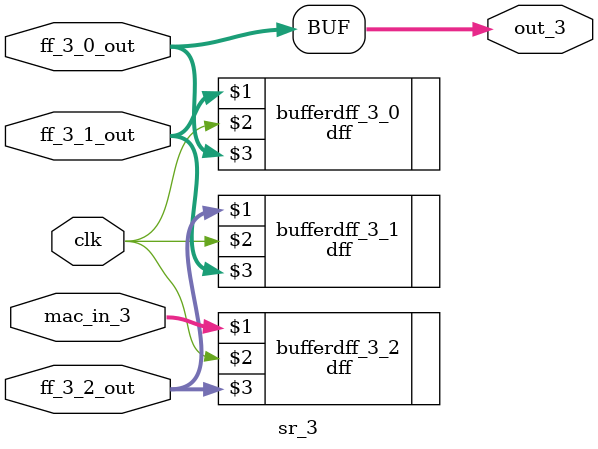
<source format=v>
module sr_3 (mac_in_3, ff_3_2_out, ff_3_1_out, ff_3_0_out, clk, out_3);

	input				[18:0] mac_in_3;
	input 				[18:0] ff_3_2_out, ff_3_1_out, ff_3_0_out;
	input				clk;
	
	output			[18:0]	out_3;
	
	
	dff			bufferdff_3_2(mac_in_3, clk, ff_3_2_out);
	dff			bufferdff_3_1(ff_3_2_out, clk, ff_3_1_out);
	dff			bufferdff_3_0(ff_3_1_out, clk, ff_3_0_out);
	
	
	assign out_3 = ff_3_0_out;
	
	
endmodule
</source>
